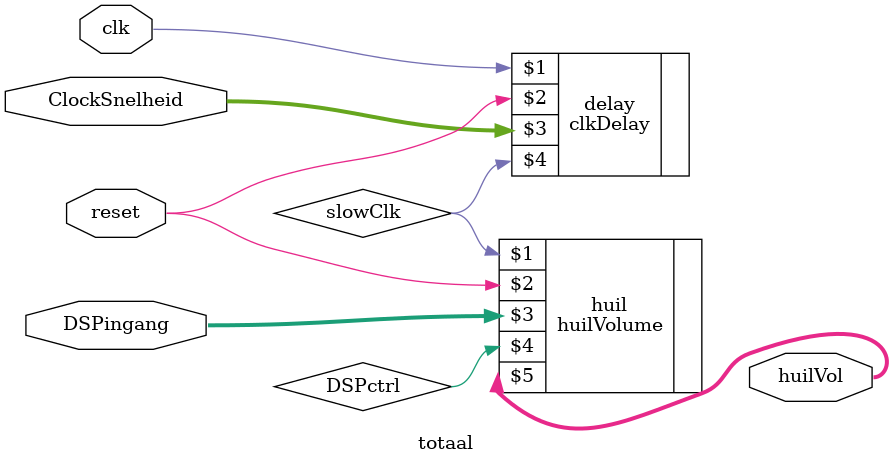
<source format=v>
module totaal (
	input clk,
	input reset,
	input [7:0] DSPingang,
	input [7:0] ClockSnelheid,
	output [7:0] huilVol
	);
	
	wire slowClk;
	
	clkDelay	  delay(clk		, reset, ClockSnelheid,		slowClk				 	);
	huilVolume	  huil (slowClk	, reset, DSPingang,			DSPctrl,  huilVol    	);
	
endmodule

</source>
